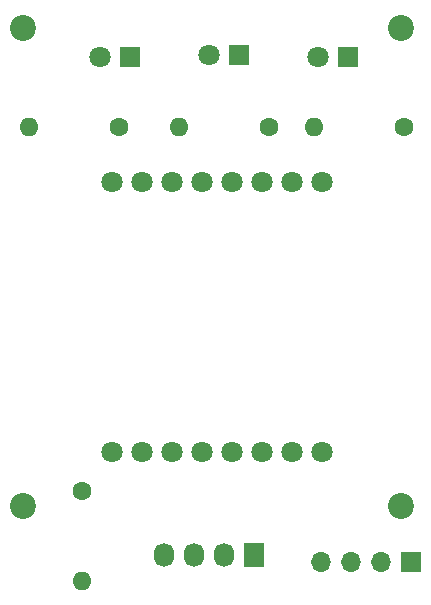
<source format=gbr>
G04 #@! TF.GenerationSoftware,KiCad,Pcbnew,5.1.7-5.1.7*
G04 #@! TF.CreationDate,2020-10-12T00:47:03+02:00*
G04 #@! TF.ProjectId,meteo-home,6d657465-6f2d-4686-9f6d-652e6b696361,rev?*
G04 #@! TF.SameCoordinates,Original*
G04 #@! TF.FileFunction,Soldermask,Bot*
G04 #@! TF.FilePolarity,Negative*
%FSLAX46Y46*%
G04 Gerber Fmt 4.6, Leading zero omitted, Abs format (unit mm)*
G04 Created by KiCad (PCBNEW 5.1.7-5.1.7) date 2020-10-12 00:47:03*
%MOMM*%
%LPD*%
G01*
G04 APERTURE LIST*
%ADD10C,2.200000*%
%ADD11C,1.800000*%
%ADD12R,1.727200X2.032000*%
%ADD13O,1.727200X2.032000*%
%ADD14R,1.800000X1.800000*%
%ADD15O,1.600000X1.600000*%
%ADD16C,1.600000*%
%ADD17O,1.700000X1.700000*%
%ADD18R,1.700000X1.700000*%
G04 APERTURE END LIST*
D10*
X139500000Y-52500000D03*
X139500000Y-93000000D03*
X107500000Y-93000000D03*
X107500000Y-52500000D03*
D11*
X115005001Y-65597025D03*
X115005001Y-88457025D03*
X117545001Y-65597025D03*
X117545001Y-88457025D03*
X120085001Y-65597025D03*
X120085001Y-88457025D03*
X122625001Y-65597025D03*
X122625001Y-88457025D03*
X125165001Y-65597025D03*
X125165001Y-88457025D03*
X127705001Y-65597025D03*
X127705001Y-88457025D03*
X130245001Y-65597025D03*
X130245001Y-88457025D03*
X132785001Y-65597025D03*
X132785001Y-88457025D03*
D12*
X127000000Y-97155000D03*
D13*
X124460000Y-97155000D03*
X121920000Y-97155000D03*
X119380000Y-97155000D03*
D11*
X113960000Y-55000000D03*
D14*
X116500000Y-55000000D03*
X125730000Y-54864000D03*
D11*
X123190000Y-54864000D03*
X132460000Y-55000000D03*
D14*
X135000000Y-55000000D03*
D15*
X107950000Y-60960000D03*
D16*
X115570000Y-60960000D03*
X139700000Y-60960000D03*
D15*
X132080000Y-60960000D03*
X112500000Y-99370000D03*
D16*
X112500000Y-91750000D03*
D15*
X120650000Y-60960000D03*
D16*
X128270000Y-60960000D03*
D17*
X132715000Y-97790000D03*
X135255000Y-97790000D03*
X137795000Y-97790000D03*
D18*
X140335000Y-97790000D03*
M02*

</source>
